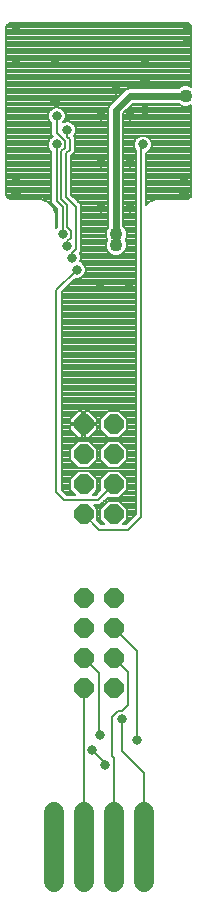
<source format=gbl>
G75*
%MOIN*%
%OFA0B0*%
%FSLAX25Y25*%
%IPPOS*%
%LPD*%
%AMOC8*
5,1,8,0,0,1.08239X$1,22.5*
%
%ADD10OC8,0.06362*%
%ADD11C,0.06500*%
%ADD12C,0.03150*%
%ADD13C,0.00787*%
%ADD14C,0.02362*%
%ADD15C,0.04331*%
D10*
X-0005000Y-0044921D03*
X-0005000Y-0034921D03*
X-0005000Y-0024921D03*
X-0005000Y-0014921D03*
X-0005000Y0012953D03*
X-0005000Y0022953D03*
X-0005000Y0032953D03*
X-0005000Y0042953D03*
X0005000Y0042953D03*
X0005000Y0032953D03*
X0005000Y0022953D03*
X0005000Y0012953D03*
X0005000Y-0014921D03*
X0005000Y-0024921D03*
X0005000Y-0034921D03*
X0005000Y-0044921D03*
D11*
X0005000Y-0086281D02*
X0005000Y-0109781D01*
X-0005000Y-0109781D02*
X-0005000Y-0086281D01*
X-0015000Y-0086281D02*
X-0015000Y-0109781D01*
X0015000Y-0109781D02*
X0015000Y-0086281D01*
D12*
X0012703Y-0062205D03*
X0007812Y-0055450D03*
X0002244Y-0070472D03*
X0000394Y-0060630D03*
X-0002244Y-0065506D03*
X0000394Y0089567D03*
X-0007283Y0094488D03*
X-0008858Y0098425D03*
X-0010433Y0102362D03*
X-0012008Y0106299D03*
X-0013976Y0136220D03*
X-0010433Y0140945D03*
X-0013976Y0145669D03*
X-0014370Y0150591D03*
X-0014370Y0164370D03*
X-0027559Y0164370D03*
X-0027559Y0174213D03*
X-0027559Y0125000D03*
X-0027559Y0120079D03*
X0000787Y0115157D03*
X0000787Y0129921D03*
X0000787Y0145669D03*
X0005709Y0154528D03*
X0010630Y0145669D03*
X0015551Y0147638D03*
X0015551Y0157480D03*
X0015551Y0164370D03*
X0014764Y0136220D03*
X0010630Y0129921D03*
X0010630Y0115157D03*
X0010236Y0089567D03*
X0028346Y0120079D03*
X0028346Y0125000D03*
X0029331Y0170276D03*
X0029331Y0174213D03*
D13*
X0009843Y0007874D02*
X0000079Y0007874D01*
X-0005000Y0012953D01*
X-0001507Y0015929D02*
X0000504Y0015929D01*
X0001551Y0016976D01*
X0003029Y0018454D01*
X0003105Y0018378D01*
X0006895Y0018378D01*
X0009575Y0021058D01*
X0009575Y0024848D01*
X0006895Y0027528D01*
X0003105Y0027528D01*
X0000425Y0024848D01*
X0000425Y0021058D01*
X0000501Y0020982D01*
X-0000977Y0019504D01*
X-0001979Y0019504D01*
X-0000425Y0021058D01*
X-0000425Y0024848D01*
X-0003105Y0027528D01*
X-0006895Y0027528D01*
X-0009575Y0024848D01*
X-0009575Y0021058D01*
X-0008021Y0019504D01*
X-0010677Y0019504D01*
X-0012346Y0021173D01*
X-0012346Y0086897D01*
X-0007724Y0091520D01*
X-0006693Y0091520D01*
X-0005602Y0091972D01*
X-0004767Y0092807D01*
X-0004315Y0093898D01*
X-0004315Y0095079D01*
X-0004767Y0096170D01*
X-0005602Y0097005D01*
X-0006141Y0097228D01*
X-0005890Y0097835D01*
X-0005890Y0099016D01*
X-0006319Y0100051D01*
X-0005890Y0100480D01*
X-0005890Y0116218D01*
X-0006937Y0117265D01*
X-0009039Y0119368D01*
X-0009039Y0132505D01*
X-0007858Y0133686D01*
X-0007858Y0138755D01*
X-0008142Y0139038D01*
X-0007916Y0139263D01*
X-0007465Y0140354D01*
X-0007465Y0141535D01*
X-0007916Y0142626D01*
X-0008752Y0143461D01*
X-0009843Y0143913D01*
X-0011024Y0143913D01*
X-0011895Y0143552D01*
X-0011460Y0143988D01*
X-0011008Y0145079D01*
X-0011008Y0146260D01*
X-0011460Y0147351D01*
X-0012295Y0148186D01*
X-0013386Y0148638D01*
X-0014567Y0148638D01*
X-0015658Y0148186D01*
X-0016493Y0147351D01*
X-0016945Y0146260D01*
X-0016945Y0145079D01*
X-0016493Y0143988D01*
X-0015764Y0143259D01*
X-0015764Y0139378D01*
X-0015280Y0138894D01*
X-0015658Y0138737D01*
X-0016493Y0137902D01*
X-0016945Y0136811D01*
X-0016945Y0135630D01*
X-0016493Y0134539D01*
X-0015764Y0133810D01*
X-0015764Y0116582D01*
X-0013795Y0114614D01*
X-0013795Y0108710D01*
X-0014134Y0108371D01*
X-0014134Y0113064D01*
X-0015093Y0115379D01*
X-0015093Y0115379D01*
X-0016865Y0117151D01*
X-0019180Y0118110D01*
X-0029331Y0118110D01*
X-0029638Y0118140D01*
X-0030206Y0118376D01*
X-0030640Y0118810D01*
X-0030875Y0119378D01*
X-0030906Y0119685D01*
X-0030906Y0175197D01*
X-0030875Y0175504D01*
X-0030640Y0176072D01*
X-0030206Y0176506D01*
X-0029638Y0176741D01*
X-0029331Y0176772D01*
X0029331Y0176772D01*
X0029638Y0176741D01*
X0030206Y0176506D01*
X0030640Y0176072D01*
X0030875Y0175504D01*
X0030906Y0175197D01*
X0030906Y0155481D01*
X0029842Y0155921D01*
X0028426Y0155921D01*
X0027118Y0155379D01*
X0026675Y0154937D01*
X0009921Y0154937D01*
X0008975Y0154545D01*
X0008250Y0153821D01*
X0004250Y0149821D01*
X0003526Y0149096D01*
X0003134Y0148150D01*
X0003134Y0108561D01*
X0002888Y0108315D01*
X0002346Y0107007D01*
X0002346Y0105591D01*
X0002787Y0104528D01*
X0002346Y0103464D01*
X0002346Y0102048D01*
X0002888Y0100740D01*
X0003889Y0099739D01*
X0005198Y0099197D01*
X0006613Y0099197D01*
X0007922Y0099739D01*
X0008923Y0100740D01*
X0009465Y0102048D01*
X0009465Y0103464D01*
X0009024Y0104528D01*
X0009465Y0105591D01*
X0009465Y0107007D01*
X0008923Y0108315D01*
X0008283Y0108955D01*
X0008283Y0146571D01*
X0011500Y0149787D01*
X0026675Y0149787D01*
X0027118Y0149345D01*
X0028426Y0148803D01*
X0029842Y0148803D01*
X0030906Y0149244D01*
X0030906Y0119685D01*
X0030875Y0119378D01*
X0030640Y0118810D01*
X0030206Y0118376D01*
X0029638Y0118140D01*
X0029331Y0118110D01*
X0019180Y0118110D01*
X0016865Y0117151D01*
X0016865Y0117151D01*
X0015921Y0116208D01*
X0015921Y0133487D01*
X0016445Y0133704D01*
X0017280Y0134539D01*
X0017732Y0135630D01*
X0017732Y0136811D01*
X0017280Y0137902D01*
X0016445Y0138737D01*
X0015354Y0139189D01*
X0014173Y0139189D01*
X0013082Y0138737D01*
X0012247Y0137902D01*
X0011795Y0136811D01*
X0011795Y0135630D01*
X0012247Y0134539D01*
X0012346Y0134440D01*
X0012346Y0012906D01*
X0009102Y0009661D01*
X0008178Y0009661D01*
X0009575Y0011058D01*
X0009575Y0014848D01*
X0006895Y0017528D01*
X0003105Y0017528D01*
X0000425Y0014848D01*
X0000425Y0011058D01*
X0001822Y0009661D01*
X0000819Y0009661D01*
X-0000501Y0010982D01*
X-0000425Y0011058D01*
X-0000425Y0014848D01*
X-0001507Y0015929D01*
X-0001296Y0015718D02*
X0001296Y0015718D01*
X0001079Y0016504D02*
X0002082Y0016504D01*
X0001865Y0017290D02*
X0002868Y0017290D01*
X0002651Y0018076D02*
X0012346Y0018076D01*
X0012346Y0017290D02*
X0007132Y0017290D01*
X0007918Y0016504D02*
X0012346Y0016504D01*
X0012346Y0015718D02*
X0008704Y0015718D01*
X0009490Y0014932D02*
X0012346Y0014932D01*
X0012346Y0014146D02*
X0009575Y0014146D01*
X0009575Y0013361D02*
X0012346Y0013361D01*
X0012015Y0012575D02*
X0009575Y0012575D01*
X0009575Y0011789D02*
X0011229Y0011789D01*
X0010444Y0011003D02*
X0009520Y0011003D01*
X0009658Y0010217D02*
X0008734Y0010217D01*
X0009843Y0007874D02*
X0014134Y0012165D01*
X0014134Y0135591D01*
X0014764Y0136220D01*
X0016862Y0138321D02*
X0030906Y0138321D01*
X0030906Y0139107D02*
X0015553Y0139107D01*
X0013974Y0139107D02*
X0008283Y0139107D01*
X0008283Y0139892D02*
X0030906Y0139892D01*
X0030906Y0140678D02*
X0008283Y0140678D01*
X0008283Y0141464D02*
X0030906Y0141464D01*
X0030906Y0142250D02*
X0008283Y0142250D01*
X0008283Y0143036D02*
X0030906Y0143036D01*
X0030906Y0143822D02*
X0008283Y0143822D01*
X0008283Y0144608D02*
X0030906Y0144608D01*
X0030906Y0145394D02*
X0008283Y0145394D01*
X0008283Y0146180D02*
X0030906Y0146180D01*
X0030906Y0146966D02*
X0008678Y0146966D01*
X0009464Y0147752D02*
X0030906Y0147752D01*
X0030906Y0148538D02*
X0010250Y0148538D01*
X0011036Y0149323D02*
X0027170Y0149323D01*
X0027676Y0155611D02*
X-0030906Y0155611D01*
X-0030906Y0156397D02*
X0030906Y0156397D01*
X0030906Y0157183D02*
X-0030906Y0157183D01*
X-0030906Y0157968D02*
X0030906Y0157968D01*
X0030906Y0158754D02*
X-0030906Y0158754D01*
X-0030906Y0159540D02*
X0030906Y0159540D01*
X0030906Y0160326D02*
X-0030906Y0160326D01*
X-0030906Y0161112D02*
X0030906Y0161112D01*
X0030906Y0161898D02*
X-0030906Y0161898D01*
X-0030906Y0162684D02*
X0030906Y0162684D01*
X0030906Y0163470D02*
X-0030906Y0163470D01*
X-0030906Y0164256D02*
X0030906Y0164256D01*
X0030906Y0165042D02*
X-0030906Y0165042D01*
X-0030906Y0165828D02*
X0030906Y0165828D01*
X0030906Y0166614D02*
X-0030906Y0166614D01*
X-0030906Y0167399D02*
X0030906Y0167399D01*
X0030906Y0168185D02*
X-0030906Y0168185D01*
X-0030906Y0168971D02*
X0030906Y0168971D01*
X0030906Y0169757D02*
X-0030906Y0169757D01*
X-0030906Y0170543D02*
X0030906Y0170543D01*
X0030906Y0171329D02*
X-0030906Y0171329D01*
X-0030906Y0172115D02*
X0030906Y0172115D01*
X0030906Y0172901D02*
X-0030906Y0172901D01*
X-0030906Y0173687D02*
X0030906Y0173687D01*
X0030906Y0174473D02*
X-0030906Y0174473D01*
X-0030899Y0175259D02*
X0030899Y0175259D01*
X0030651Y0176044D02*
X-0030651Y0176044D01*
X-0030906Y0154825D02*
X0009650Y0154825D01*
X0008468Y0154039D02*
X-0030906Y0154039D01*
X-0030906Y0153253D02*
X0007683Y0153253D01*
X0006897Y0152467D02*
X-0030906Y0152467D01*
X-0030906Y0151681D02*
X0006111Y0151681D01*
X0005325Y0150895D02*
X-0030906Y0150895D01*
X-0030906Y0150109D02*
X0004539Y0150109D01*
X0003753Y0149323D02*
X-0030906Y0149323D01*
X-0030906Y0148538D02*
X-0014809Y0148538D01*
X-0016092Y0147752D02*
X-0030906Y0147752D01*
X-0030906Y0146966D02*
X-0016652Y0146966D01*
X-0016945Y0146180D02*
X-0030906Y0146180D01*
X-0030906Y0145394D02*
X-0016945Y0145394D01*
X-0016750Y0144608D02*
X-0030906Y0144608D01*
X-0030906Y0143822D02*
X-0016327Y0143822D01*
X-0015764Y0143036D02*
X-0030906Y0143036D01*
X-0030906Y0142250D02*
X-0015764Y0142250D01*
X-0015764Y0141464D02*
X-0030906Y0141464D01*
X-0030906Y0140678D02*
X-0015764Y0140678D01*
X-0015764Y0139892D02*
X-0030906Y0139892D01*
X-0030906Y0139107D02*
X-0015493Y0139107D01*
X-0016074Y0138321D02*
X-0030906Y0138321D01*
X-0030906Y0137535D02*
X-0016645Y0137535D01*
X-0016945Y0136749D02*
X-0030906Y0136749D01*
X-0030906Y0135963D02*
X-0016945Y0135963D01*
X-0016757Y0135177D02*
X-0030906Y0135177D01*
X-0030906Y0134391D02*
X-0016345Y0134391D01*
X-0015764Y0133605D02*
X-0030906Y0133605D01*
X-0030906Y0132819D02*
X-0015764Y0132819D01*
X-0015764Y0132033D02*
X-0030906Y0132033D01*
X-0030906Y0131247D02*
X-0015764Y0131247D01*
X-0015764Y0130462D02*
X-0030906Y0130462D01*
X-0030906Y0129676D02*
X-0015764Y0129676D01*
X-0015764Y0128890D02*
X-0030906Y0128890D01*
X-0030906Y0128104D02*
X-0015764Y0128104D01*
X-0015764Y0127318D02*
X-0030906Y0127318D01*
X-0030906Y0126532D02*
X-0015764Y0126532D01*
X-0015764Y0125746D02*
X-0030906Y0125746D01*
X-0030906Y0124960D02*
X-0015764Y0124960D01*
X-0015764Y0124174D02*
X-0030906Y0124174D01*
X-0030906Y0123388D02*
X-0015764Y0123388D01*
X-0015764Y0122602D02*
X-0030906Y0122602D01*
X-0030906Y0121816D02*
X-0015764Y0121816D01*
X-0015764Y0121031D02*
X-0030906Y0121031D01*
X-0030906Y0120245D02*
X-0015764Y0120245D01*
X-0015764Y0119459D02*
X-0030883Y0119459D01*
X-0030503Y0118673D02*
X-0015764Y0118673D01*
X-0015764Y0117887D02*
X-0018641Y0117887D01*
X-0016865Y0117151D02*
X-0016865Y0117151D01*
X-0016815Y0117101D02*
X-0015764Y0117101D01*
X-0016029Y0116315D02*
X-0015496Y0116315D01*
X-0015243Y0115529D02*
X-0014711Y0115529D01*
X-0014829Y0114743D02*
X-0013925Y0114743D01*
X-0013795Y0113957D02*
X-0014504Y0113957D01*
X-0014178Y0113171D02*
X-0013795Y0113171D01*
X-0013795Y0112386D02*
X-0014134Y0112386D01*
X-0014134Y0111600D02*
X-0013795Y0111600D01*
X-0013795Y0110814D02*
X-0014134Y0110814D01*
X-0014134Y0110028D02*
X-0013795Y0110028D01*
X-0013795Y0109242D02*
X-0014134Y0109242D01*
X-0014134Y0108456D02*
X-0014049Y0108456D01*
X-0012008Y0106299D02*
X-0012008Y0115354D01*
X-0013976Y0117323D01*
X-0013976Y0136220D01*
X-0012402Y0133898D02*
X-0012402Y0117975D01*
X-0010433Y0116007D01*
X-0010433Y0108622D01*
X-0009252Y0107441D01*
X-0009252Y0105158D01*
X-0010433Y0103977D01*
X-0010433Y0102362D01*
X-0008858Y0100040D02*
X-0008858Y0098425D01*
X-0008858Y0100040D02*
X-0007677Y0101221D01*
X-0007677Y0115478D01*
X-0010827Y0118627D01*
X-0010827Y0133246D01*
X-0009646Y0134427D01*
X-0009646Y0138014D01*
X-0010433Y0138802D01*
X-0010433Y0140945D01*
X-0009622Y0143822D02*
X0003134Y0143822D01*
X0003134Y0143036D02*
X-0008326Y0143036D01*
X-0007761Y0142250D02*
X0003134Y0142250D01*
X0003134Y0141464D02*
X-0007465Y0141464D01*
X-0007465Y0140678D02*
X0003134Y0140678D01*
X0003134Y0139892D02*
X-0007656Y0139892D01*
X-0008073Y0139107D02*
X0003134Y0139107D01*
X0003134Y0138321D02*
X-0007858Y0138321D01*
X-0007858Y0137535D02*
X0003134Y0137535D01*
X0003134Y0136749D02*
X-0007858Y0136749D01*
X-0007858Y0135963D02*
X0003134Y0135963D01*
X0003134Y0135177D02*
X-0007858Y0135177D01*
X-0007858Y0134391D02*
X0003134Y0134391D01*
X0003134Y0133605D02*
X-0007939Y0133605D01*
X-0008725Y0132819D02*
X0003134Y0132819D01*
X0003134Y0132033D02*
X-0009039Y0132033D01*
X-0009039Y0131247D02*
X0003134Y0131247D01*
X0003134Y0130462D02*
X-0009039Y0130462D01*
X-0009039Y0129676D02*
X0003134Y0129676D01*
X0003134Y0128890D02*
X-0009039Y0128890D01*
X-0009039Y0128104D02*
X0003134Y0128104D01*
X0003134Y0127318D02*
X-0009039Y0127318D01*
X-0009039Y0126532D02*
X0003134Y0126532D01*
X0003134Y0125746D02*
X-0009039Y0125746D01*
X-0009039Y0124960D02*
X0003134Y0124960D01*
X0003134Y0124174D02*
X-0009039Y0124174D01*
X-0009039Y0123388D02*
X0003134Y0123388D01*
X0003134Y0122602D02*
X-0009039Y0122602D01*
X-0009039Y0121816D02*
X0003134Y0121816D01*
X0003134Y0121031D02*
X-0009039Y0121031D01*
X-0009039Y0120245D02*
X0003134Y0120245D01*
X0003134Y0119459D02*
X-0009039Y0119459D01*
X-0008344Y0118673D02*
X0003134Y0118673D01*
X0003134Y0117887D02*
X-0007558Y0117887D01*
X-0006773Y0117101D02*
X0003134Y0117101D01*
X0003134Y0116315D02*
X-0005987Y0116315D01*
X-0005890Y0115529D02*
X0003134Y0115529D01*
X0003134Y0114743D02*
X-0005890Y0114743D01*
X-0005890Y0113957D02*
X0003134Y0113957D01*
X0003134Y0113171D02*
X-0005890Y0113171D01*
X-0005890Y0112386D02*
X0003134Y0112386D01*
X0003134Y0111600D02*
X-0005890Y0111600D01*
X-0005890Y0110814D02*
X0003134Y0110814D01*
X0003134Y0110028D02*
X-0005890Y0110028D01*
X-0005890Y0109242D02*
X0003134Y0109242D01*
X0003029Y0108456D02*
X-0005890Y0108456D01*
X-0005890Y0107670D02*
X0002621Y0107670D01*
X0002346Y0106884D02*
X-0005890Y0106884D01*
X-0005890Y0106098D02*
X0002346Y0106098D01*
X0002462Y0105312D02*
X-0005890Y0105312D01*
X-0005890Y0104526D02*
X0002787Y0104526D01*
X0002461Y0103741D02*
X-0005890Y0103741D01*
X-0005890Y0102955D02*
X0002346Y0102955D01*
X0002346Y0102169D02*
X-0005890Y0102169D01*
X-0005890Y0101383D02*
X0002622Y0101383D01*
X0003031Y0100597D02*
X-0005890Y0100597D01*
X-0006219Y0099811D02*
X0003817Y0099811D01*
X0007994Y0099811D02*
X0012346Y0099811D01*
X0012346Y0100597D02*
X0008780Y0100597D01*
X0009189Y0101383D02*
X0012346Y0101383D01*
X0012346Y0102169D02*
X0009465Y0102169D01*
X0009465Y0102955D02*
X0012346Y0102955D01*
X0012346Y0103741D02*
X0009350Y0103741D01*
X0009024Y0104526D02*
X0012346Y0104526D01*
X0012346Y0105312D02*
X0009349Y0105312D01*
X0009465Y0106098D02*
X0012346Y0106098D01*
X0012346Y0106884D02*
X0009465Y0106884D01*
X0009190Y0107670D02*
X0012346Y0107670D01*
X0012346Y0108456D02*
X0008782Y0108456D01*
X0008283Y0109242D02*
X0012346Y0109242D01*
X0012346Y0110028D02*
X0008283Y0110028D01*
X0008283Y0110814D02*
X0012346Y0110814D01*
X0012346Y0111600D02*
X0008283Y0111600D01*
X0008283Y0112386D02*
X0012346Y0112386D01*
X0012346Y0113171D02*
X0008283Y0113171D01*
X0008283Y0113957D02*
X0012346Y0113957D01*
X0012346Y0114743D02*
X0008283Y0114743D01*
X0008283Y0115529D02*
X0012346Y0115529D01*
X0012346Y0116315D02*
X0008283Y0116315D01*
X0008283Y0117101D02*
X0012346Y0117101D01*
X0012346Y0117887D02*
X0008283Y0117887D01*
X0008283Y0118673D02*
X0012346Y0118673D01*
X0012346Y0119459D02*
X0008283Y0119459D01*
X0008283Y0120245D02*
X0012346Y0120245D01*
X0012346Y0121031D02*
X0008283Y0121031D01*
X0008283Y0121816D02*
X0012346Y0121816D01*
X0012346Y0122602D02*
X0008283Y0122602D01*
X0008283Y0123388D02*
X0012346Y0123388D01*
X0012346Y0124174D02*
X0008283Y0124174D01*
X0008283Y0124960D02*
X0012346Y0124960D01*
X0012346Y0125746D02*
X0008283Y0125746D01*
X0008283Y0126532D02*
X0012346Y0126532D01*
X0012346Y0127318D02*
X0008283Y0127318D01*
X0008283Y0128104D02*
X0012346Y0128104D01*
X0012346Y0128890D02*
X0008283Y0128890D01*
X0008283Y0129676D02*
X0012346Y0129676D01*
X0012346Y0130462D02*
X0008283Y0130462D01*
X0008283Y0131247D02*
X0012346Y0131247D01*
X0012346Y0132033D02*
X0008283Y0132033D01*
X0008283Y0132819D02*
X0012346Y0132819D01*
X0012346Y0133605D02*
X0008283Y0133605D01*
X0008283Y0134391D02*
X0012346Y0134391D01*
X0011983Y0135177D02*
X0008283Y0135177D01*
X0008283Y0135963D02*
X0011795Y0135963D01*
X0011795Y0136749D02*
X0008283Y0136749D01*
X0008283Y0137535D02*
X0012095Y0137535D01*
X0012666Y0138321D02*
X0008283Y0138321D01*
X0003134Y0144608D02*
X-0011203Y0144608D01*
X-0011244Y0143822D02*
X-0011626Y0143822D01*
X-0011008Y0145394D02*
X0003134Y0145394D01*
X0003134Y0146180D02*
X-0011008Y0146180D01*
X-0011300Y0146966D02*
X0003134Y0146966D01*
X0003134Y0147752D02*
X-0011861Y0147752D01*
X-0013144Y0148538D02*
X0003294Y0148538D01*
X0015921Y0132819D02*
X0030906Y0132819D01*
X0030906Y0132033D02*
X0015921Y0132033D01*
X0015921Y0131247D02*
X0030906Y0131247D01*
X0030906Y0130462D02*
X0015921Y0130462D01*
X0015921Y0129676D02*
X0030906Y0129676D01*
X0030906Y0128890D02*
X0015921Y0128890D01*
X0015921Y0128104D02*
X0030906Y0128104D01*
X0030906Y0127318D02*
X0015921Y0127318D01*
X0015921Y0126532D02*
X0030906Y0126532D01*
X0030906Y0125746D02*
X0015921Y0125746D01*
X0015921Y0124960D02*
X0030906Y0124960D01*
X0030906Y0124174D02*
X0015921Y0124174D01*
X0015921Y0123388D02*
X0030906Y0123388D01*
X0030906Y0122602D02*
X0015921Y0122602D01*
X0015921Y0121816D02*
X0030906Y0121816D01*
X0030906Y0121031D02*
X0015921Y0121031D01*
X0015921Y0120245D02*
X0030906Y0120245D01*
X0030883Y0119459D02*
X0015921Y0119459D01*
X0015921Y0118673D02*
X0030503Y0118673D01*
X0030906Y0133605D02*
X0016207Y0133605D01*
X0017133Y0134391D02*
X0030906Y0134391D01*
X0030906Y0135177D02*
X0017545Y0135177D01*
X0017732Y0135963D02*
X0030906Y0135963D01*
X0030906Y0136749D02*
X0017732Y0136749D01*
X0017432Y0137535D02*
X0030906Y0137535D01*
X0030906Y0155611D02*
X0030591Y0155611D01*
X0018641Y0117887D02*
X0015921Y0117887D01*
X0015921Y0117101D02*
X0016815Y0117101D01*
X0016029Y0116315D02*
X0015921Y0116315D01*
X0012346Y0099025D02*
X-0005894Y0099025D01*
X-0005890Y0098239D02*
X0012346Y0098239D01*
X0012346Y0097453D02*
X-0006048Y0097453D01*
X-0005264Y0096667D02*
X0012346Y0096667D01*
X0012346Y0095881D02*
X-0004647Y0095881D01*
X-0004322Y0095095D02*
X0012346Y0095095D01*
X0012346Y0094310D02*
X-0004315Y0094310D01*
X-0004470Y0093524D02*
X0012346Y0093524D01*
X0012346Y0092738D02*
X-0004836Y0092738D01*
X-0005650Y0091952D02*
X0012346Y0091952D01*
X0012346Y0091166D02*
X-0008078Y0091166D01*
X-0008864Y0090380D02*
X0012346Y0090380D01*
X0012346Y0089594D02*
X-0009650Y0089594D01*
X-0010436Y0088808D02*
X0012346Y0088808D01*
X0012346Y0088022D02*
X-0011222Y0088022D01*
X-0012008Y0087236D02*
X0012346Y0087236D01*
X0012346Y0086450D02*
X-0012346Y0086450D01*
X-0012346Y0085665D02*
X0012346Y0085665D01*
X0012346Y0084879D02*
X-0012346Y0084879D01*
X-0012346Y0084093D02*
X0012346Y0084093D01*
X0012346Y0083307D02*
X-0012346Y0083307D01*
X-0012346Y0082521D02*
X0012346Y0082521D01*
X0012346Y0081735D02*
X-0012346Y0081735D01*
X-0012346Y0080949D02*
X0012346Y0080949D01*
X0012346Y0080163D02*
X-0012346Y0080163D01*
X-0012346Y0079377D02*
X0012346Y0079377D01*
X0012346Y0078591D02*
X-0012346Y0078591D01*
X-0012346Y0077805D02*
X0012346Y0077805D01*
X0012346Y0077019D02*
X-0012346Y0077019D01*
X-0012346Y0076234D02*
X0012346Y0076234D01*
X0012346Y0075448D02*
X-0012346Y0075448D01*
X-0012346Y0074662D02*
X0012346Y0074662D01*
X0012346Y0073876D02*
X-0012346Y0073876D01*
X-0012346Y0073090D02*
X0012346Y0073090D01*
X0012346Y0072304D02*
X-0012346Y0072304D01*
X-0012346Y0071518D02*
X0012346Y0071518D01*
X0012346Y0070732D02*
X-0012346Y0070732D01*
X-0012346Y0069946D02*
X0012346Y0069946D01*
X0012346Y0069160D02*
X-0012346Y0069160D01*
X-0012346Y0068374D02*
X0012346Y0068374D01*
X0012346Y0067589D02*
X-0012346Y0067589D01*
X-0012346Y0066803D02*
X0012346Y0066803D01*
X0012346Y0066017D02*
X-0012346Y0066017D01*
X-0012346Y0065231D02*
X0012346Y0065231D01*
X0012346Y0064445D02*
X-0012346Y0064445D01*
X-0012346Y0063659D02*
X0012346Y0063659D01*
X0012346Y0062873D02*
X-0012346Y0062873D01*
X-0012346Y0062087D02*
X0012346Y0062087D01*
X0012346Y0061301D02*
X-0012346Y0061301D01*
X-0012346Y0060515D02*
X0012346Y0060515D01*
X0012346Y0059729D02*
X-0012346Y0059729D01*
X-0012346Y0058943D02*
X0012346Y0058943D01*
X0012346Y0058158D02*
X-0012346Y0058158D01*
X-0012346Y0057372D02*
X0012346Y0057372D01*
X0012346Y0056586D02*
X-0012346Y0056586D01*
X-0012346Y0055800D02*
X0012346Y0055800D01*
X0012346Y0055014D02*
X-0012346Y0055014D01*
X-0012346Y0054228D02*
X0012346Y0054228D01*
X0012346Y0053442D02*
X-0012346Y0053442D01*
X-0012346Y0052656D02*
X0012346Y0052656D01*
X0012346Y0051870D02*
X-0012346Y0051870D01*
X-0012346Y0051084D02*
X0012346Y0051084D01*
X0012346Y0050298D02*
X-0012346Y0050298D01*
X-0012346Y0049513D02*
X0012346Y0049513D01*
X0012346Y0048727D02*
X-0012346Y0048727D01*
X-0012346Y0047941D02*
X0012346Y0047941D01*
X0012346Y0047155D02*
X0007268Y0047155D01*
X0006895Y0047528D02*
X0003105Y0047528D01*
X0000425Y0044848D01*
X0000425Y0041058D01*
X0003105Y0038378D01*
X0006895Y0038378D01*
X0009575Y0041058D01*
X0009575Y0044848D01*
X0006895Y0047528D01*
X0008054Y0046369D02*
X0012346Y0046369D01*
X0012346Y0045583D02*
X0008840Y0045583D01*
X0009575Y0044797D02*
X0012346Y0044797D01*
X0012346Y0044011D02*
X0009575Y0044011D01*
X0009575Y0043225D02*
X0012346Y0043225D01*
X0012346Y0042439D02*
X0009575Y0042439D01*
X0009575Y0041653D02*
X0012346Y0041653D01*
X0012346Y0040867D02*
X0009384Y0040867D01*
X0008599Y0040082D02*
X0012346Y0040082D01*
X0012346Y0039296D02*
X0007813Y0039296D01*
X0007027Y0038510D02*
X0012346Y0038510D01*
X0012346Y0037724D02*
X-0012346Y0037724D01*
X-0012346Y0038510D02*
X-0007004Y0038510D01*
X-0006888Y0038394D02*
X-0009559Y0041064D01*
X-0009559Y0042559D01*
X-0005394Y0042559D01*
X-0005394Y0043346D01*
X-0009559Y0043346D01*
X-0009559Y0044841D01*
X-0006888Y0047512D01*
X-0005394Y0047512D01*
X-0005394Y0043347D01*
X-0004606Y0043347D01*
X-0004606Y0047512D01*
X-0003112Y0047512D01*
X-0000441Y0044841D01*
X-0000441Y0043346D01*
X-0004606Y0043346D01*
X-0004606Y0042559D01*
X-0000441Y0042559D01*
X-0000441Y0041064D01*
X-0003112Y0038394D01*
X-0004606Y0038394D01*
X-0004606Y0042559D01*
X-0005394Y0042559D01*
X-0005394Y0038394D01*
X-0006888Y0038394D01*
X-0006895Y0037528D02*
X-0009575Y0034848D01*
X-0009575Y0031058D01*
X-0006895Y0028378D01*
X-0003105Y0028378D01*
X-0000425Y0031058D01*
X-0000425Y0034848D01*
X-0003105Y0037528D01*
X-0006895Y0037528D01*
X-0007485Y0036938D02*
X-0012346Y0036938D01*
X-0012346Y0036152D02*
X-0008270Y0036152D01*
X-0009056Y0035366D02*
X-0012346Y0035366D01*
X-0012346Y0034580D02*
X-0009575Y0034580D01*
X-0009575Y0033794D02*
X-0012346Y0033794D01*
X-0012346Y0033008D02*
X-0009575Y0033008D01*
X-0009575Y0032222D02*
X-0012346Y0032222D01*
X-0012346Y0031437D02*
X-0009575Y0031437D01*
X-0009168Y0030651D02*
X-0012346Y0030651D01*
X-0012346Y0029865D02*
X-0008382Y0029865D01*
X-0007596Y0029079D02*
X-0012346Y0029079D01*
X-0012346Y0028293D02*
X0012346Y0028293D01*
X0012346Y0029079D02*
X0007596Y0029079D01*
X0006895Y0028378D02*
X0009575Y0031058D01*
X0009575Y0034848D01*
X0006895Y0037528D01*
X0003105Y0037528D01*
X0000425Y0034848D01*
X0000425Y0031058D01*
X0003105Y0028378D01*
X0006895Y0028378D01*
X0006916Y0027507D02*
X0012346Y0027507D01*
X0012346Y0026721D02*
X0007701Y0026721D01*
X0008487Y0025935D02*
X0012346Y0025935D01*
X0012346Y0025149D02*
X0009273Y0025149D01*
X0009575Y0024363D02*
X0012346Y0024363D01*
X0012346Y0023577D02*
X0009575Y0023577D01*
X0009575Y0022791D02*
X0012346Y0022791D01*
X0012346Y0022006D02*
X0009575Y0022006D01*
X0009575Y0021220D02*
X0012346Y0021220D01*
X0012346Y0020434D02*
X0008951Y0020434D01*
X0008165Y0019648D02*
X0012346Y0019648D01*
X0012346Y0018862D02*
X0007379Y0018862D01*
X0005000Y0022953D02*
X-0000236Y0017717D01*
X-0011417Y0017717D01*
X-0014134Y0020433D01*
X-0014134Y0087638D01*
X-0007283Y0094488D01*
X-0012402Y0133898D02*
X-0011220Y0135079D01*
X-0011220Y0137362D01*
X-0013976Y0140118D01*
X-0013976Y0145669D01*
X-0012346Y0047155D02*
X-0007245Y0047155D01*
X-0008031Y0046369D02*
X-0012346Y0046369D01*
X-0012346Y0045583D02*
X-0008817Y0045583D01*
X-0009559Y0044797D02*
X-0012346Y0044797D01*
X-0012346Y0044011D02*
X-0009559Y0044011D01*
X-0009559Y0042439D02*
X-0012346Y0042439D01*
X-0012346Y0041653D02*
X-0009559Y0041653D01*
X-0009362Y0040867D02*
X-0012346Y0040867D01*
X-0012346Y0040082D02*
X-0008576Y0040082D01*
X-0007790Y0039296D02*
X-0012346Y0039296D01*
X-0012346Y0043225D02*
X-0005394Y0043225D01*
X-0005394Y0042439D02*
X-0004606Y0042439D01*
X-0004606Y0041653D02*
X-0005394Y0041653D01*
X-0005394Y0040867D02*
X-0004606Y0040867D01*
X-0004606Y0040082D02*
X-0005394Y0040082D01*
X-0005394Y0039296D02*
X-0004606Y0039296D01*
X-0004606Y0038510D02*
X-0005394Y0038510D01*
X-0002996Y0038510D02*
X0002973Y0038510D01*
X0002187Y0039296D02*
X-0002210Y0039296D01*
X-0001424Y0040082D02*
X0001401Y0040082D01*
X0000616Y0040867D02*
X-0000638Y0040867D01*
X-0000441Y0041653D02*
X0000425Y0041653D01*
X0000425Y0042439D02*
X-0000441Y0042439D01*
X0000425Y0043225D02*
X-0004606Y0043225D01*
X-0004606Y0044011D02*
X-0005394Y0044011D01*
X-0005394Y0044797D02*
X-0004606Y0044797D01*
X-0004606Y0045583D02*
X-0005394Y0045583D01*
X-0005394Y0046369D02*
X-0004606Y0046369D01*
X-0004606Y0047155D02*
X-0005394Y0047155D01*
X-0002755Y0047155D02*
X0002732Y0047155D01*
X0001946Y0046369D02*
X-0001969Y0046369D01*
X-0001183Y0045583D02*
X0001160Y0045583D01*
X0000425Y0044797D02*
X-0000441Y0044797D01*
X-0000441Y0044011D02*
X0000425Y0044011D01*
X0002515Y0036938D02*
X-0002515Y0036938D01*
X-0001730Y0036152D02*
X0001730Y0036152D01*
X0000944Y0035366D02*
X-0000944Y0035366D01*
X-0000425Y0034580D02*
X0000425Y0034580D01*
X0000425Y0033794D02*
X-0000425Y0033794D01*
X-0000425Y0033008D02*
X0000425Y0033008D01*
X0000425Y0032222D02*
X-0000425Y0032222D01*
X-0000425Y0031437D02*
X0000425Y0031437D01*
X0000832Y0030651D02*
X-0000832Y0030651D01*
X-0001618Y0029865D02*
X0001618Y0029865D01*
X0002404Y0029079D02*
X-0002404Y0029079D01*
X-0003084Y0027507D02*
X0003084Y0027507D01*
X0002299Y0026721D02*
X-0002299Y0026721D01*
X-0001513Y0025935D02*
X0001513Y0025935D01*
X0000727Y0025149D02*
X-0000727Y0025149D01*
X-0000425Y0024363D02*
X0000425Y0024363D01*
X0000425Y0023577D02*
X-0000425Y0023577D01*
X-0000425Y0022791D02*
X0000425Y0022791D01*
X0000425Y0022006D02*
X-0000425Y0022006D01*
X-0000425Y0021220D02*
X0000425Y0021220D01*
X-0000047Y0020434D02*
X-0001049Y0020434D01*
X-0000833Y0019648D02*
X-0001835Y0019648D01*
X-0000510Y0014932D02*
X0000510Y0014932D01*
X0000425Y0014146D02*
X-0000425Y0014146D01*
X-0000425Y0013361D02*
X0000425Y0013361D01*
X0000425Y0012575D02*
X-0000425Y0012575D01*
X-0000425Y0011789D02*
X0000425Y0011789D01*
X0000480Y0011003D02*
X-0000480Y0011003D01*
X0000264Y0010217D02*
X0001266Y0010217D01*
X-0006916Y0027507D02*
X-0012346Y0027507D01*
X-0012346Y0026721D02*
X-0007701Y0026721D01*
X-0008487Y0025935D02*
X-0012346Y0025935D01*
X-0012346Y0025149D02*
X-0009273Y0025149D01*
X-0009575Y0024363D02*
X-0012346Y0024363D01*
X-0012346Y0023577D02*
X-0009575Y0023577D01*
X-0009575Y0022791D02*
X-0012346Y0022791D01*
X-0012346Y0022006D02*
X-0009575Y0022006D01*
X-0009575Y0021220D02*
X-0012346Y0021220D01*
X-0011607Y0020434D02*
X-0008951Y0020434D01*
X-0008165Y0019648D02*
X-0010821Y0019648D01*
X0005000Y-0024921D02*
X0012703Y-0032624D01*
X0012703Y-0062205D01*
X0007812Y-0066080D02*
X0015000Y-0073268D01*
X0015000Y-0098031D01*
X0005000Y-0098031D02*
X0005000Y-0068386D01*
X0004331Y-0067717D01*
X0004331Y-0054724D01*
X0006361Y-0052694D01*
X0007936Y-0052694D01*
X0009843Y-0050787D01*
X0009843Y-0039764D01*
X0005000Y-0034921D01*
X0000000Y-0039921D02*
X0000000Y-0060236D01*
X0000394Y-0060630D01*
X-0002244Y-0065506D02*
X0002244Y-0069995D01*
X0002244Y-0070472D01*
X0007812Y-0066080D02*
X0007812Y-0055450D01*
X0000000Y-0039921D02*
X-0005000Y-0034921D01*
X-0005000Y-0044921D02*
X-0005000Y-0098031D01*
X0008382Y0029865D02*
X0012346Y0029865D01*
X0012346Y0030651D02*
X0009168Y0030651D01*
X0009575Y0031437D02*
X0012346Y0031437D01*
X0012346Y0032222D02*
X0009575Y0032222D01*
X0009575Y0033008D02*
X0012346Y0033008D01*
X0012346Y0033794D02*
X0009575Y0033794D01*
X0009575Y0034580D02*
X0012346Y0034580D01*
X0012346Y0035366D02*
X0009056Y0035366D01*
X0008270Y0036152D02*
X0012346Y0036152D01*
X0012346Y0036938D02*
X0007485Y0036938D01*
D14*
X0005906Y0102756D02*
X0005906Y0105906D01*
X0005906Y0106299D02*
X0005709Y0106496D01*
X0005709Y0147638D01*
X0010433Y0152362D01*
X0029134Y0152362D01*
D15*
X0029134Y0152362D03*
X0005906Y0106299D03*
X0005906Y0102756D03*
M02*

</source>
